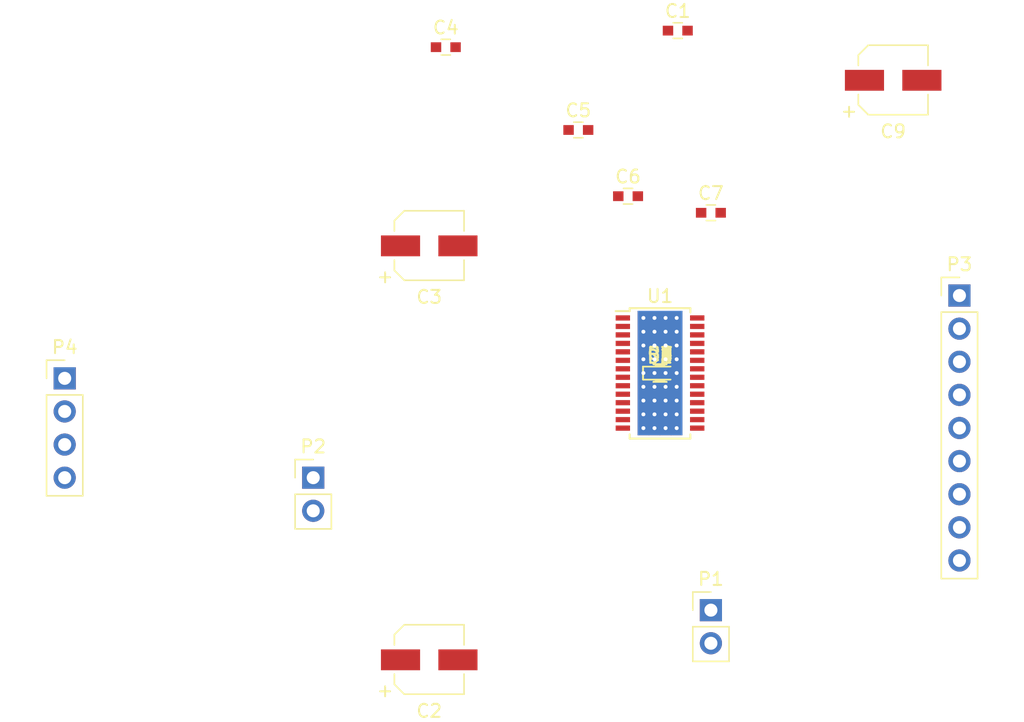
<source format=kicad_pcb>
(kicad_pcb (version 4) (host pcbnew 4.0.4-stable)

  (general
    (links 57)
    (no_connects 47)
    (area 0 0 0 0)
    (thickness 1.6)
    (drawings 0)
    (tracks 0)
    (zones 0)
    (modules 27)
    (nets 33)
  )

  (page A4)
  (layers
    (0 F.Cu signal)
    (31 B.Cu signal)
    (32 B.Adhes user)
    (33 F.Adhes user)
    (34 B.Paste user)
    (35 F.Paste user)
    (36 B.SilkS user)
    (37 F.SilkS user)
    (38 B.Mask user)
    (39 F.Mask user)
    (40 Dwgs.User user)
    (41 Cmts.User user)
    (42 Eco1.User user)
    (43 Eco2.User user)
    (44 Edge.Cuts user)
    (45 Margin user)
    (46 B.CrtYd user)
    (47 F.CrtYd user)
    (48 B.Fab user)
    (49 F.Fab user)
  )

  (setup
    (last_trace_width 0.25)
    (trace_clearance 0.2)
    (zone_clearance 0.508)
    (zone_45_only no)
    (trace_min 0.2)
    (segment_width 0.2)
    (edge_width 0.15)
    (via_size 0.6)
    (via_drill 0.4)
    (via_min_size 0.4)
    (via_min_drill 0.3)
    (uvia_size 0.3)
    (uvia_drill 0.1)
    (uvias_allowed no)
    (uvia_min_size 0.2)
    (uvia_min_drill 0.1)
    (pcb_text_width 0.3)
    (pcb_text_size 1.5 1.5)
    (mod_edge_width 0.15)
    (mod_text_size 1 1)
    (mod_text_width 0.15)
    (pad_size 1.524 1.524)
    (pad_drill 0.762)
    (pad_to_mask_clearance 0.2)
    (aux_axis_origin 0 0)
    (visible_elements FFFFFF7F)
    (pcbplotparams
      (layerselection 0x00030_80000001)
      (usegerberextensions false)
      (excludeedgelayer true)
      (linewidth 0.100000)
      (plotframeref false)
      (viasonmask false)
      (mode 1)
      (useauxorigin false)
      (hpglpennumber 1)
      (hpglpenspeed 20)
      (hpglpendiameter 15)
      (hpglpenoverlay 2)
      (psnegative false)
      (psa4output false)
      (plotreference true)
      (plotvalue true)
      (plotinvisibletext false)
      (padsonsilk false)
      (subtractmaskfromsilk false)
      (outputformat 1)
      (mirror false)
      (drillshape 1)
      (scaleselection 1)
      (outputdirectory ""))
  )

  (net 0 "")
  (net 1 VDD)
  (net 2 GND)
  (net 3 "Net-(C5-Pad1)")
  (net 4 "Net-(C6-Pad1)")
  (net 5 "Net-(C6-Pad2)")
  (net 6 +3V3)
  (net 7 "Net-(D1-Pad2)")
  (net 8 "Net-(D2-Pad2)")
  (net 9 nFAULT)
  (net 10 "Net-(D3-Pad2)")
  (net 11 nHOME)
  (net 12 "Net-(D4-Pad2)")
  (net 13 nRESET)
  (net 14 nSLEEP)
  (net 15 DECAY)
  (net 16 DIR)
  (net 17 nENBL)
  (net 18 STEP)
  (net 19 MODE0)
  (net 20 MODE1)
  (net 21 MODE2)
  (net 22 AOUT1)
  (net 23 AOUT2)
  (net 24 BOUT1)
  (net 25 BOUT2)
  (net 26 "Net-(R3-Pad2)")
  (net 27 "Net-(R5-Pad2)")
  (net 28 "Net-(R6-Pad2)")
  (net 29 ~nRESET~)
  (net 30 ~nFAULT~)
  (net 31 "Net-(U1-Pad23)")
  (net 32 ~nHOME~)

  (net_class Default "This is the default net class."
    (clearance 0.2)
    (trace_width 0.25)
    (via_dia 0.6)
    (via_drill 0.4)
    (uvia_dia 0.3)
    (uvia_drill 0.1)
    (add_net +3V3)
    (add_net AOUT1)
    (add_net AOUT2)
    (add_net BOUT1)
    (add_net BOUT2)
    (add_net DECAY)
    (add_net DIR)
    (add_net GND)
    (add_net MODE0)
    (add_net MODE1)
    (add_net MODE2)
    (add_net "Net-(C5-Pad1)")
    (add_net "Net-(C6-Pad1)")
    (add_net "Net-(C6-Pad2)")
    (add_net "Net-(D1-Pad2)")
    (add_net "Net-(D2-Pad2)")
    (add_net "Net-(D3-Pad2)")
    (add_net "Net-(D4-Pad2)")
    (add_net "Net-(R3-Pad2)")
    (add_net "Net-(R5-Pad2)")
    (add_net "Net-(R6-Pad2)")
    (add_net "Net-(U1-Pad23)")
    (add_net STEP)
    (add_net VDD)
    (add_net nENBL)
    (add_net nFAULT)
    (add_net nHOME)
    (add_net nRESET)
    (add_net nSLEEP)
    (add_net ~nFAULT~)
    (add_net ~nHOME~)
    (add_net ~nRESET~)
  )

  (module Capacitors_SMD:C_0603 (layer F.Cu) (tedit 58AA844E) (tstamp 58CE0F85)
    (at 149.86 78.74)
    (descr "Capacitor SMD 0603, reflow soldering, AVX (see smccp.pdf)")
    (tags "capacitor 0603")
    (path /58CBDDF1)
    (attr smd)
    (fp_text reference C1 (at 0 -1.5) (layer F.SilkS)
      (effects (font (size 1 1) (thickness 0.15)))
    )
    (fp_text value 100nF (at 0 1.5) (layer F.Fab)
      (effects (font (size 1 1) (thickness 0.15)))
    )
    (fp_text user %R (at 0 -1.5) (layer F.Fab)
      (effects (font (size 1 1) (thickness 0.15)))
    )
    (fp_line (start -0.8 0.4) (end -0.8 -0.4) (layer F.Fab) (width 0.1))
    (fp_line (start 0.8 0.4) (end -0.8 0.4) (layer F.Fab) (width 0.1))
    (fp_line (start 0.8 -0.4) (end 0.8 0.4) (layer F.Fab) (width 0.1))
    (fp_line (start -0.8 -0.4) (end 0.8 -0.4) (layer F.Fab) (width 0.1))
    (fp_line (start -0.35 -0.6) (end 0.35 -0.6) (layer F.SilkS) (width 0.12))
    (fp_line (start 0.35 0.6) (end -0.35 0.6) (layer F.SilkS) (width 0.12))
    (fp_line (start -1.4 -0.65) (end 1.4 -0.65) (layer F.CrtYd) (width 0.05))
    (fp_line (start -1.4 -0.65) (end -1.4 0.65) (layer F.CrtYd) (width 0.05))
    (fp_line (start 1.4 0.65) (end 1.4 -0.65) (layer F.CrtYd) (width 0.05))
    (fp_line (start 1.4 0.65) (end -1.4 0.65) (layer F.CrtYd) (width 0.05))
    (pad 1 smd rect (at -0.75 0) (size 0.8 0.75) (layers F.Cu F.Paste F.Mask)
      (net 1 VDD))
    (pad 2 smd rect (at 0.75 0) (size 0.8 0.75) (layers F.Cu F.Paste F.Mask)
      (net 2 GND))
    (model Capacitors_SMD.3dshapes/C_0603.wrl
      (at (xyz 0 0 0))
      (scale (xyz 1 1 1))
      (rotate (xyz 0 0 0))
    )
  )

  (module Capacitors_SMD:CP_Elec_5x5.3 (layer F.Cu) (tedit 58AA8A8F) (tstamp 58CE0F8B)
    (at 130.81 127)
    (descr "SMT capacitor, aluminium electrolytic, 5x5.3")
    (path /58CCB5F3)
    (attr smd)
    (fp_text reference C2 (at 0 3.92) (layer F.SilkS)
      (effects (font (size 1 1) (thickness 0.15)))
    )
    (fp_text value 100uF (at 0 -3.92) (layer F.Fab)
      (effects (font (size 1 1) (thickness 0.15)))
    )
    (fp_circle (center 0 0) (end 0.3 2.4) (layer F.Fab) (width 0.1))
    (fp_text user + (at -1.37 -0.08) (layer F.Fab)
      (effects (font (size 1 1) (thickness 0.15)))
    )
    (fp_text user + (at -3.38 2.34) (layer F.SilkS)
      (effects (font (size 1 1) (thickness 0.15)))
    )
    (fp_text user %R (at 0 3.92) (layer F.Fab)
      (effects (font (size 1 1) (thickness 0.15)))
    )
    (fp_line (start 2.51 2.49) (end 2.51 -2.54) (layer F.Fab) (width 0.1))
    (fp_line (start -1.84 2.49) (end 2.51 2.49) (layer F.Fab) (width 0.1))
    (fp_line (start -2.51 1.82) (end -1.84 2.49) (layer F.Fab) (width 0.1))
    (fp_line (start -2.51 -1.87) (end -2.51 1.82) (layer F.Fab) (width 0.1))
    (fp_line (start -1.84 -2.54) (end -2.51 -1.87) (layer F.Fab) (width 0.1))
    (fp_line (start 2.51 -2.54) (end -1.84 -2.54) (layer F.Fab) (width 0.1))
    (fp_line (start 2.67 -2.69) (end 2.67 -1.14) (layer F.SilkS) (width 0.12))
    (fp_line (start 2.67 2.64) (end 2.67 1.09) (layer F.SilkS) (width 0.12))
    (fp_line (start -2.67 1.88) (end -2.67 1.09) (layer F.SilkS) (width 0.12))
    (fp_line (start -2.67 -1.93) (end -2.67 -1.14) (layer F.SilkS) (width 0.12))
    (fp_line (start 2.67 -2.69) (end -1.91 -2.69) (layer F.SilkS) (width 0.12))
    (fp_line (start -1.91 -2.69) (end -2.67 -1.93) (layer F.SilkS) (width 0.12))
    (fp_line (start -2.67 1.88) (end -1.91 2.64) (layer F.SilkS) (width 0.12))
    (fp_line (start -1.91 2.64) (end 2.67 2.64) (layer F.SilkS) (width 0.12))
    (fp_line (start -3.95 -2.79) (end 3.95 -2.79) (layer F.CrtYd) (width 0.05))
    (fp_line (start -3.95 -2.79) (end -3.95 2.74) (layer F.CrtYd) (width 0.05))
    (fp_line (start 3.95 2.74) (end 3.95 -2.79) (layer F.CrtYd) (width 0.05))
    (fp_line (start 3.95 2.74) (end -3.95 2.74) (layer F.CrtYd) (width 0.05))
    (pad 1 smd rect (at -2.2 0 180) (size 3 1.6) (layers F.Cu F.Paste F.Mask)
      (net 1 VDD))
    (pad 2 smd rect (at 2.2 0 180) (size 3 1.6) (layers F.Cu F.Paste F.Mask)
      (net 2 GND))
    (model Capacitors_SMD.3dshapes/CP_Elec_5x5.3.wrl
      (at (xyz 0 0 0))
      (scale (xyz 1 1 1))
      (rotate (xyz 0 0 180))
    )
  )

  (module Capacitors_SMD:CP_Elec_5x5.3 (layer F.Cu) (tedit 58AA8A8F) (tstamp 58CE0F91)
    (at 130.81 95.25)
    (descr "SMT capacitor, aluminium electrolytic, 5x5.3")
    (path /58CBDDA8)
    (attr smd)
    (fp_text reference C3 (at 0 3.92) (layer F.SilkS)
      (effects (font (size 1 1) (thickness 0.15)))
    )
    (fp_text value 100uF (at 0 -3.92) (layer F.Fab)
      (effects (font (size 1 1) (thickness 0.15)))
    )
    (fp_circle (center 0 0) (end 0.3 2.4) (layer F.Fab) (width 0.1))
    (fp_text user + (at -1.37 -0.08) (layer F.Fab)
      (effects (font (size 1 1) (thickness 0.15)))
    )
    (fp_text user + (at -3.38 2.34) (layer F.SilkS)
      (effects (font (size 1 1) (thickness 0.15)))
    )
    (fp_text user %R (at 0 3.92) (layer F.Fab)
      (effects (font (size 1 1) (thickness 0.15)))
    )
    (fp_line (start 2.51 2.49) (end 2.51 -2.54) (layer F.Fab) (width 0.1))
    (fp_line (start -1.84 2.49) (end 2.51 2.49) (layer F.Fab) (width 0.1))
    (fp_line (start -2.51 1.82) (end -1.84 2.49) (layer F.Fab) (width 0.1))
    (fp_line (start -2.51 -1.87) (end -2.51 1.82) (layer F.Fab) (width 0.1))
    (fp_line (start -1.84 -2.54) (end -2.51 -1.87) (layer F.Fab) (width 0.1))
    (fp_line (start 2.51 -2.54) (end -1.84 -2.54) (layer F.Fab) (width 0.1))
    (fp_line (start 2.67 -2.69) (end 2.67 -1.14) (layer F.SilkS) (width 0.12))
    (fp_line (start 2.67 2.64) (end 2.67 1.09) (layer F.SilkS) (width 0.12))
    (fp_line (start -2.67 1.88) (end -2.67 1.09) (layer F.SilkS) (width 0.12))
    (fp_line (start -2.67 -1.93) (end -2.67 -1.14) (layer F.SilkS) (width 0.12))
    (fp_line (start 2.67 -2.69) (end -1.91 -2.69) (layer F.SilkS) (width 0.12))
    (fp_line (start -1.91 -2.69) (end -2.67 -1.93) (layer F.SilkS) (width 0.12))
    (fp_line (start -2.67 1.88) (end -1.91 2.64) (layer F.SilkS) (width 0.12))
    (fp_line (start -1.91 2.64) (end 2.67 2.64) (layer F.SilkS) (width 0.12))
    (fp_line (start -3.95 -2.79) (end 3.95 -2.79) (layer F.CrtYd) (width 0.05))
    (fp_line (start -3.95 -2.79) (end -3.95 2.74) (layer F.CrtYd) (width 0.05))
    (fp_line (start 3.95 2.74) (end 3.95 -2.79) (layer F.CrtYd) (width 0.05))
    (fp_line (start 3.95 2.74) (end -3.95 2.74) (layer F.CrtYd) (width 0.05))
    (pad 1 smd rect (at -2.2 0 180) (size 3 1.6) (layers F.Cu F.Paste F.Mask)
      (net 1 VDD))
    (pad 2 smd rect (at 2.2 0 180) (size 3 1.6) (layers F.Cu F.Paste F.Mask)
      (net 2 GND))
    (model Capacitors_SMD.3dshapes/CP_Elec_5x5.3.wrl
      (at (xyz 0 0 0))
      (scale (xyz 1 1 1))
      (rotate (xyz 0 0 180))
    )
  )

  (module Capacitors_SMD:C_0603 (layer F.Cu) (tedit 58AA844E) (tstamp 58CE0F97)
    (at 132.08 80.01)
    (descr "Capacitor SMD 0603, reflow soldering, AVX (see smccp.pdf)")
    (tags "capacitor 0603")
    (path /58CC8E5E)
    (attr smd)
    (fp_text reference C4 (at 0 -1.5) (layer F.SilkS)
      (effects (font (size 1 1) (thickness 0.15)))
    )
    (fp_text value 100nF (at 0 1.5) (layer F.Fab)
      (effects (font (size 1 1) (thickness 0.15)))
    )
    (fp_text user %R (at 0 -1.5) (layer F.Fab)
      (effects (font (size 1 1) (thickness 0.15)))
    )
    (fp_line (start -0.8 0.4) (end -0.8 -0.4) (layer F.Fab) (width 0.1))
    (fp_line (start 0.8 0.4) (end -0.8 0.4) (layer F.Fab) (width 0.1))
    (fp_line (start 0.8 -0.4) (end 0.8 0.4) (layer F.Fab) (width 0.1))
    (fp_line (start -0.8 -0.4) (end 0.8 -0.4) (layer F.Fab) (width 0.1))
    (fp_line (start -0.35 -0.6) (end 0.35 -0.6) (layer F.SilkS) (width 0.12))
    (fp_line (start 0.35 0.6) (end -0.35 0.6) (layer F.SilkS) (width 0.12))
    (fp_line (start -1.4 -0.65) (end 1.4 -0.65) (layer F.CrtYd) (width 0.05))
    (fp_line (start -1.4 -0.65) (end -1.4 0.65) (layer F.CrtYd) (width 0.05))
    (fp_line (start 1.4 0.65) (end 1.4 -0.65) (layer F.CrtYd) (width 0.05))
    (fp_line (start 1.4 0.65) (end -1.4 0.65) (layer F.CrtYd) (width 0.05))
    (pad 1 smd rect (at -0.75 0) (size 0.8 0.75) (layers F.Cu F.Paste F.Mask)
      (net 1 VDD))
    (pad 2 smd rect (at 0.75 0) (size 0.8 0.75) (layers F.Cu F.Paste F.Mask)
      (net 2 GND))
    (model Capacitors_SMD.3dshapes/C_0603.wrl
      (at (xyz 0 0 0))
      (scale (xyz 1 1 1))
      (rotate (xyz 0 0 0))
    )
  )

  (module Capacitors_SMD:C_0603 (layer F.Cu) (tedit 58AA844E) (tstamp 58CE0F9D)
    (at 142.24 86.36)
    (descr "Capacitor SMD 0603, reflow soldering, AVX (see smccp.pdf)")
    (tags "capacitor 0603")
    (path /58CC81C4)
    (attr smd)
    (fp_text reference C5 (at 0 -1.5) (layer F.SilkS)
      (effects (font (size 1 1) (thickness 0.15)))
    )
    (fp_text value 100nF (at 0 1.5) (layer F.Fab)
      (effects (font (size 1 1) (thickness 0.15)))
    )
    (fp_text user %R (at 0 -1.5) (layer F.Fab)
      (effects (font (size 1 1) (thickness 0.15)))
    )
    (fp_line (start -0.8 0.4) (end -0.8 -0.4) (layer F.Fab) (width 0.1))
    (fp_line (start 0.8 0.4) (end -0.8 0.4) (layer F.Fab) (width 0.1))
    (fp_line (start 0.8 -0.4) (end 0.8 0.4) (layer F.Fab) (width 0.1))
    (fp_line (start -0.8 -0.4) (end 0.8 -0.4) (layer F.Fab) (width 0.1))
    (fp_line (start -0.35 -0.6) (end 0.35 -0.6) (layer F.SilkS) (width 0.12))
    (fp_line (start 0.35 0.6) (end -0.35 0.6) (layer F.SilkS) (width 0.12))
    (fp_line (start -1.4 -0.65) (end 1.4 -0.65) (layer F.CrtYd) (width 0.05))
    (fp_line (start -1.4 -0.65) (end -1.4 0.65) (layer F.CrtYd) (width 0.05))
    (fp_line (start 1.4 0.65) (end 1.4 -0.65) (layer F.CrtYd) (width 0.05))
    (fp_line (start 1.4 0.65) (end -1.4 0.65) (layer F.CrtYd) (width 0.05))
    (pad 1 smd rect (at -0.75 0) (size 0.8 0.75) (layers F.Cu F.Paste F.Mask)
      (net 3 "Net-(C5-Pad1)"))
    (pad 2 smd rect (at 0.75 0) (size 0.8 0.75) (layers F.Cu F.Paste F.Mask)
      (net 1 VDD))
    (model Capacitors_SMD.3dshapes/C_0603.wrl
      (at (xyz 0 0 0))
      (scale (xyz 1 1 1))
      (rotate (xyz 0 0 0))
    )
  )

  (module Capacitors_SMD:C_0603 (layer F.Cu) (tedit 58AA844E) (tstamp 58CE0FA3)
    (at 146.05 91.44)
    (descr "Capacitor SMD 0603, reflow soldering, AVX (see smccp.pdf)")
    (tags "capacitor 0603")
    (path /58CC8220)
    (attr smd)
    (fp_text reference C6 (at 0 -1.5) (layer F.SilkS)
      (effects (font (size 1 1) (thickness 0.15)))
    )
    (fp_text value 10nF (at 0 1.5) (layer F.Fab)
      (effects (font (size 1 1) (thickness 0.15)))
    )
    (fp_text user %R (at 0 -1.5) (layer F.Fab)
      (effects (font (size 1 1) (thickness 0.15)))
    )
    (fp_line (start -0.8 0.4) (end -0.8 -0.4) (layer F.Fab) (width 0.1))
    (fp_line (start 0.8 0.4) (end -0.8 0.4) (layer F.Fab) (width 0.1))
    (fp_line (start 0.8 -0.4) (end 0.8 0.4) (layer F.Fab) (width 0.1))
    (fp_line (start -0.8 -0.4) (end 0.8 -0.4) (layer F.Fab) (width 0.1))
    (fp_line (start -0.35 -0.6) (end 0.35 -0.6) (layer F.SilkS) (width 0.12))
    (fp_line (start 0.35 0.6) (end -0.35 0.6) (layer F.SilkS) (width 0.12))
    (fp_line (start -1.4 -0.65) (end 1.4 -0.65) (layer F.CrtYd) (width 0.05))
    (fp_line (start -1.4 -0.65) (end -1.4 0.65) (layer F.CrtYd) (width 0.05))
    (fp_line (start 1.4 0.65) (end 1.4 -0.65) (layer F.CrtYd) (width 0.05))
    (fp_line (start 1.4 0.65) (end -1.4 0.65) (layer F.CrtYd) (width 0.05))
    (pad 1 smd rect (at -0.75 0) (size 0.8 0.75) (layers F.Cu F.Paste F.Mask)
      (net 4 "Net-(C6-Pad1)"))
    (pad 2 smd rect (at 0.75 0) (size 0.8 0.75) (layers F.Cu F.Paste F.Mask)
      (net 5 "Net-(C6-Pad2)"))
    (model Capacitors_SMD.3dshapes/C_0603.wrl
      (at (xyz 0 0 0))
      (scale (xyz 1 1 1))
      (rotate (xyz 0 0 0))
    )
  )

  (module Capacitors_SMD:C_0603 (layer F.Cu) (tedit 58AA844E) (tstamp 58CE0FA9)
    (at 152.4 92.71)
    (descr "Capacitor SMD 0603, reflow soldering, AVX (see smccp.pdf)")
    (tags "capacitor 0603")
    (path /58CBFC85)
    (attr smd)
    (fp_text reference C7 (at 0 -1.5) (layer F.SilkS)
      (effects (font (size 1 1) (thickness 0.15)))
    )
    (fp_text value 470nF (at 0 1.5) (layer F.Fab)
      (effects (font (size 1 1) (thickness 0.15)))
    )
    (fp_text user %R (at 0 -1.5) (layer F.Fab)
      (effects (font (size 1 1) (thickness 0.15)))
    )
    (fp_line (start -0.8 0.4) (end -0.8 -0.4) (layer F.Fab) (width 0.1))
    (fp_line (start 0.8 0.4) (end -0.8 0.4) (layer F.Fab) (width 0.1))
    (fp_line (start 0.8 -0.4) (end 0.8 0.4) (layer F.Fab) (width 0.1))
    (fp_line (start -0.8 -0.4) (end 0.8 -0.4) (layer F.Fab) (width 0.1))
    (fp_line (start -0.35 -0.6) (end 0.35 -0.6) (layer F.SilkS) (width 0.12))
    (fp_line (start 0.35 0.6) (end -0.35 0.6) (layer F.SilkS) (width 0.12))
    (fp_line (start -1.4 -0.65) (end 1.4 -0.65) (layer F.CrtYd) (width 0.05))
    (fp_line (start -1.4 -0.65) (end -1.4 0.65) (layer F.CrtYd) (width 0.05))
    (fp_line (start 1.4 0.65) (end 1.4 -0.65) (layer F.CrtYd) (width 0.05))
    (fp_line (start 1.4 0.65) (end -1.4 0.65) (layer F.CrtYd) (width 0.05))
    (pad 1 smd rect (at -0.75 0) (size 0.8 0.75) (layers F.Cu F.Paste F.Mask)
      (net 6 +3V3))
    (pad 2 smd rect (at 0.75 0) (size 0.8 0.75) (layers F.Cu F.Paste F.Mask)
      (net 2 GND))
    (model Capacitors_SMD.3dshapes/C_0603.wrl
      (at (xyz 0 0 0))
      (scale (xyz 1 1 1))
      (rotate (xyz 0 0 0))
    )
  )

  (module Capacitors_SMD:C_0603 (layer F.Cu) (tedit 58AA844E) (tstamp 58CE0FAF)
    (at 148.5011 105.0036)
    (descr "Capacitor SMD 0603, reflow soldering, AVX (see smccp.pdf)")
    (tags "capacitor 0603")
    (path /58CDB259)
    (attr smd)
    (fp_text reference C8 (at 0 -1.5) (layer F.SilkS)
      (effects (font (size 1 1) (thickness 0.15)))
    )
    (fp_text value 100nF (at 0 1.5) (layer F.Fab)
      (effects (font (size 1 1) (thickness 0.15)))
    )
    (fp_text user %R (at 0 -1.5) (layer F.Fab)
      (effects (font (size 1 1) (thickness 0.15)))
    )
    (fp_line (start -0.8 0.4) (end -0.8 -0.4) (layer F.Fab) (width 0.1))
    (fp_line (start 0.8 0.4) (end -0.8 0.4) (layer F.Fab) (width 0.1))
    (fp_line (start 0.8 -0.4) (end 0.8 0.4) (layer F.Fab) (width 0.1))
    (fp_line (start -0.8 -0.4) (end 0.8 -0.4) (layer F.Fab) (width 0.1))
    (fp_line (start -0.35 -0.6) (end 0.35 -0.6) (layer F.SilkS) (width 0.12))
    (fp_line (start 0.35 0.6) (end -0.35 0.6) (layer F.SilkS) (width 0.12))
    (fp_line (start -1.4 -0.65) (end 1.4 -0.65) (layer F.CrtYd) (width 0.05))
    (fp_line (start -1.4 -0.65) (end -1.4 0.65) (layer F.CrtYd) (width 0.05))
    (fp_line (start 1.4 0.65) (end 1.4 -0.65) (layer F.CrtYd) (width 0.05))
    (fp_line (start 1.4 0.65) (end -1.4 0.65) (layer F.CrtYd) (width 0.05))
    (pad 1 smd rect (at -0.75 0) (size 0.8 0.75) (layers F.Cu F.Paste F.Mask)
      (net 6 +3V3))
    (pad 2 smd rect (at 0.75 0) (size 0.8 0.75) (layers F.Cu F.Paste F.Mask)
      (net 2 GND))
    (model Capacitors_SMD.3dshapes/C_0603.wrl
      (at (xyz 0 0 0))
      (scale (xyz 1 1 1))
      (rotate (xyz 0 0 0))
    )
  )

  (module Capacitors_SMD:CP_Elec_5x5.3 (layer F.Cu) (tedit 58AA8A8F) (tstamp 58CE0FB5)
    (at 166.37 82.55)
    (descr "SMT capacitor, aluminium electrolytic, 5x5.3")
    (path /58CDB116)
    (attr smd)
    (fp_text reference C9 (at 0 3.92) (layer F.SilkS)
      (effects (font (size 1 1) (thickness 0.15)))
    )
    (fp_text value 100uF (at 0 -3.92) (layer F.Fab)
      (effects (font (size 1 1) (thickness 0.15)))
    )
    (fp_circle (center 0 0) (end 0.3 2.4) (layer F.Fab) (width 0.1))
    (fp_text user + (at -1.37 -0.08) (layer F.Fab)
      (effects (font (size 1 1) (thickness 0.15)))
    )
    (fp_text user + (at -3.38 2.34) (layer F.SilkS)
      (effects (font (size 1 1) (thickness 0.15)))
    )
    (fp_text user %R (at 0 3.92) (layer F.Fab)
      (effects (font (size 1 1) (thickness 0.15)))
    )
    (fp_line (start 2.51 2.49) (end 2.51 -2.54) (layer F.Fab) (width 0.1))
    (fp_line (start -1.84 2.49) (end 2.51 2.49) (layer F.Fab) (width 0.1))
    (fp_line (start -2.51 1.82) (end -1.84 2.49) (layer F.Fab) (width 0.1))
    (fp_line (start -2.51 -1.87) (end -2.51 1.82) (layer F.Fab) (width 0.1))
    (fp_line (start -1.84 -2.54) (end -2.51 -1.87) (layer F.Fab) (width 0.1))
    (fp_line (start 2.51 -2.54) (end -1.84 -2.54) (layer F.Fab) (width 0.1))
    (fp_line (start 2.67 -2.69) (end 2.67 -1.14) (layer F.SilkS) (width 0.12))
    (fp_line (start 2.67 2.64) (end 2.67 1.09) (layer F.SilkS) (width 0.12))
    (fp_line (start -2.67 1.88) (end -2.67 1.09) (layer F.SilkS) (width 0.12))
    (fp_line (start -2.67 -1.93) (end -2.67 -1.14) (layer F.SilkS) (width 0.12))
    (fp_line (start 2.67 -2.69) (end -1.91 -2.69) (layer F.SilkS) (width 0.12))
    (fp_line (start -1.91 -2.69) (end -2.67 -1.93) (layer F.SilkS) (width 0.12))
    (fp_line (start -2.67 1.88) (end -1.91 2.64) (layer F.SilkS) (width 0.12))
    (fp_line (start -1.91 2.64) (end 2.67 2.64) (layer F.SilkS) (width 0.12))
    (fp_line (start -3.95 -2.79) (end 3.95 -2.79) (layer F.CrtYd) (width 0.05))
    (fp_line (start -3.95 -2.79) (end -3.95 2.74) (layer F.CrtYd) (width 0.05))
    (fp_line (start 3.95 2.74) (end 3.95 -2.79) (layer F.CrtYd) (width 0.05))
    (fp_line (start 3.95 2.74) (end -3.95 2.74) (layer F.CrtYd) (width 0.05))
    (pad 1 smd rect (at -2.2 0 180) (size 3 1.6) (layers F.Cu F.Paste F.Mask)
      (net 6 +3V3))
    (pad 2 smd rect (at 2.2 0 180) (size 3 1.6) (layers F.Cu F.Paste F.Mask)
      (net 2 GND))
    (model Capacitors_SMD.3dshapes/CP_Elec_5x5.3.wrl
      (at (xyz 0 0 0))
      (scale (xyz 1 1 1))
      (rotate (xyz 0 0 180))
    )
  )

  (module LEDs:LED_0603 (layer F.Cu) (tedit 57FE93A5) (tstamp 58CE0FBB)
    (at 148.5011 105.0036)
    (descr "LED 0603 smd package")
    (tags "LED led 0603 SMD smd SMT smt smdled SMDLED smtled SMTLED")
    (path /58CBDE75)
    (attr smd)
    (fp_text reference D1 (at 0 -1.25) (layer F.SilkS)
      (effects (font (size 1 1) (thickness 0.15)))
    )
    (fp_text value MOTOR_PWR (at 0 1.35) (layer F.Fab)
      (effects (font (size 1 1) (thickness 0.15)))
    )
    (fp_line (start -1.3 -0.5) (end -1.3 0.5) (layer F.SilkS) (width 0.12))
    (fp_line (start -0.2 -0.2) (end -0.2 0.2) (layer F.Fab) (width 0.1))
    (fp_line (start -0.15 0) (end 0.15 -0.2) (layer F.Fab) (width 0.1))
    (fp_line (start 0.15 0.2) (end -0.15 0) (layer F.Fab) (width 0.1))
    (fp_line (start 0.15 -0.2) (end 0.15 0.2) (layer F.Fab) (width 0.1))
    (fp_line (start 0.8 0.4) (end -0.8 0.4) (layer F.Fab) (width 0.1))
    (fp_line (start 0.8 -0.4) (end 0.8 0.4) (layer F.Fab) (width 0.1))
    (fp_line (start -0.8 -0.4) (end 0.8 -0.4) (layer F.Fab) (width 0.1))
    (fp_line (start -0.8 0.4) (end -0.8 -0.4) (layer F.Fab) (width 0.1))
    (fp_line (start -1.3 0.5) (end 0.8 0.5) (layer F.SilkS) (width 0.12))
    (fp_line (start -1.3 -0.5) (end 0.8 -0.5) (layer F.SilkS) (width 0.12))
    (fp_line (start 1.45 -0.65) (end 1.45 0.65) (layer F.CrtYd) (width 0.05))
    (fp_line (start 1.45 0.65) (end -1.45 0.65) (layer F.CrtYd) (width 0.05))
    (fp_line (start -1.45 0.65) (end -1.45 -0.65) (layer F.CrtYd) (width 0.05))
    (fp_line (start -1.45 -0.65) (end 1.45 -0.65) (layer F.CrtYd) (width 0.05))
    (pad 2 smd rect (at 0.8 0 180) (size 0.8 0.8) (layers F.Cu F.Paste F.Mask)
      (net 7 "Net-(D1-Pad2)"))
    (pad 1 smd rect (at -0.8 0 180) (size 0.8 0.8) (layers F.Cu F.Paste F.Mask)
      (net 2 GND))
    (model LEDs.3dshapes/LED_0603.wrl
      (at (xyz 0 0 0))
      (scale (xyz 1 1 1))
      (rotate (xyz 0 0 180))
    )
  )

  (module LEDs:LED_0603 (layer F.Cu) (tedit 57FE93A5) (tstamp 58CE0FC1)
    (at 148.5011 105.0036)
    (descr "LED 0603 smd package")
    (tags "LED led 0603 SMD smd SMT smt smdled SMDLED smtled SMTLED")
    (path /58CCCD00)
    (attr smd)
    (fp_text reference D2 (at 0 -1.25) (layer F.SilkS)
      (effects (font (size 1 1) (thickness 0.15)))
    )
    (fp_text value nFAULT (at 0 1.35) (layer F.Fab)
      (effects (font (size 1 1) (thickness 0.15)))
    )
    (fp_line (start -1.3 -0.5) (end -1.3 0.5) (layer F.SilkS) (width 0.12))
    (fp_line (start -0.2 -0.2) (end -0.2 0.2) (layer F.Fab) (width 0.1))
    (fp_line (start -0.15 0) (end 0.15 -0.2) (layer F.Fab) (width 0.1))
    (fp_line (start 0.15 0.2) (end -0.15 0) (layer F.Fab) (width 0.1))
    (fp_line (start 0.15 -0.2) (end 0.15 0.2) (layer F.Fab) (width 0.1))
    (fp_line (start 0.8 0.4) (end -0.8 0.4) (layer F.Fab) (width 0.1))
    (fp_line (start 0.8 -0.4) (end 0.8 0.4) (layer F.Fab) (width 0.1))
    (fp_line (start -0.8 -0.4) (end 0.8 -0.4) (layer F.Fab) (width 0.1))
    (fp_line (start -0.8 0.4) (end -0.8 -0.4) (layer F.Fab) (width 0.1))
    (fp_line (start -1.3 0.5) (end 0.8 0.5) (layer F.SilkS) (width 0.12))
    (fp_line (start -1.3 -0.5) (end 0.8 -0.5) (layer F.SilkS) (width 0.12))
    (fp_line (start 1.45 -0.65) (end 1.45 0.65) (layer F.CrtYd) (width 0.05))
    (fp_line (start 1.45 0.65) (end -1.45 0.65) (layer F.CrtYd) (width 0.05))
    (fp_line (start -1.45 0.65) (end -1.45 -0.65) (layer F.CrtYd) (width 0.05))
    (fp_line (start -1.45 -0.65) (end 1.45 -0.65) (layer F.CrtYd) (width 0.05))
    (pad 2 smd rect (at 0.8 0 180) (size 0.8 0.8) (layers F.Cu F.Paste F.Mask)
      (net 8 "Net-(D2-Pad2)"))
    (pad 1 smd rect (at -0.8 0 180) (size 0.8 0.8) (layers F.Cu F.Paste F.Mask)
      (net 9 nFAULT))
    (model LEDs.3dshapes/LED_0603.wrl
      (at (xyz 0 0 0))
      (scale (xyz 1 1 1))
      (rotate (xyz 0 0 180))
    )
  )

  (module LEDs:LED_0603 (layer F.Cu) (tedit 57FE93A5) (tstamp 58CE0FC7)
    (at 148.5011 105.0036)
    (descr "LED 0603 smd package")
    (tags "LED led 0603 SMD smd SMT smt smdled SMDLED smtled SMTLED")
    (path /58CD3415)
    (attr smd)
    (fp_text reference D3 (at 0 -1.25) (layer F.SilkS)
      (effects (font (size 1 1) (thickness 0.15)))
    )
    (fp_text value nHOME (at 0 1.35) (layer F.Fab)
      (effects (font (size 1 1) (thickness 0.15)))
    )
    (fp_line (start -1.3 -0.5) (end -1.3 0.5) (layer F.SilkS) (width 0.12))
    (fp_line (start -0.2 -0.2) (end -0.2 0.2) (layer F.Fab) (width 0.1))
    (fp_line (start -0.15 0) (end 0.15 -0.2) (layer F.Fab) (width 0.1))
    (fp_line (start 0.15 0.2) (end -0.15 0) (layer F.Fab) (width 0.1))
    (fp_line (start 0.15 -0.2) (end 0.15 0.2) (layer F.Fab) (width 0.1))
    (fp_line (start 0.8 0.4) (end -0.8 0.4) (layer F.Fab) (width 0.1))
    (fp_line (start 0.8 -0.4) (end 0.8 0.4) (layer F.Fab) (width 0.1))
    (fp_line (start -0.8 -0.4) (end 0.8 -0.4) (layer F.Fab) (width 0.1))
    (fp_line (start -0.8 0.4) (end -0.8 -0.4) (layer F.Fab) (width 0.1))
    (fp_line (start -1.3 0.5) (end 0.8 0.5) (layer F.SilkS) (width 0.12))
    (fp_line (start -1.3 -0.5) (end 0.8 -0.5) (layer F.SilkS) (width 0.12))
    (fp_line (start 1.45 -0.65) (end 1.45 0.65) (layer F.CrtYd) (width 0.05))
    (fp_line (start 1.45 0.65) (end -1.45 0.65) (layer F.CrtYd) (width 0.05))
    (fp_line (start -1.45 0.65) (end -1.45 -0.65) (layer F.CrtYd) (width 0.05))
    (fp_line (start -1.45 -0.65) (end 1.45 -0.65) (layer F.CrtYd) (width 0.05))
    (pad 2 smd rect (at 0.8 0 180) (size 0.8 0.8) (layers F.Cu F.Paste F.Mask)
      (net 10 "Net-(D3-Pad2)"))
    (pad 1 smd rect (at -0.8 0 180) (size 0.8 0.8) (layers F.Cu F.Paste F.Mask)
      (net 11 nHOME))
    (model LEDs.3dshapes/LED_0603.wrl
      (at (xyz 0 0 0))
      (scale (xyz 1 1 1))
      (rotate (xyz 0 0 180))
    )
  )

  (module LEDs:LED_0603 (layer F.Cu) (tedit 57FE93A5) (tstamp 58CE0FCD)
    (at 148.5011 105.0036)
    (descr "LED 0603 smd package")
    (tags "LED led 0603 SMD smd SMT smt smdled SMDLED smtled SMTLED")
    (path /58CDB763)
    (attr smd)
    (fp_text reference D4 (at 0 -1.25) (layer F.SilkS)
      (effects (font (size 1 1) (thickness 0.15)))
    )
    (fp_text value 3V3PWR (at 0 1.35) (layer F.Fab)
      (effects (font (size 1 1) (thickness 0.15)))
    )
    (fp_line (start -1.3 -0.5) (end -1.3 0.5) (layer F.SilkS) (width 0.12))
    (fp_line (start -0.2 -0.2) (end -0.2 0.2) (layer F.Fab) (width 0.1))
    (fp_line (start -0.15 0) (end 0.15 -0.2) (layer F.Fab) (width 0.1))
    (fp_line (start 0.15 0.2) (end -0.15 0) (layer F.Fab) (width 0.1))
    (fp_line (start 0.15 -0.2) (end 0.15 0.2) (layer F.Fab) (width 0.1))
    (fp_line (start 0.8 0.4) (end -0.8 0.4) (layer F.Fab) (width 0.1))
    (fp_line (start 0.8 -0.4) (end 0.8 0.4) (layer F.Fab) (width 0.1))
    (fp_line (start -0.8 -0.4) (end 0.8 -0.4) (layer F.Fab) (width 0.1))
    (fp_line (start -0.8 0.4) (end -0.8 -0.4) (layer F.Fab) (width 0.1))
    (fp_line (start -1.3 0.5) (end 0.8 0.5) (layer F.SilkS) (width 0.12))
    (fp_line (start -1.3 -0.5) (end 0.8 -0.5) (layer F.SilkS) (width 0.12))
    (fp_line (start 1.45 -0.65) (end 1.45 0.65) (layer F.CrtYd) (width 0.05))
    (fp_line (start 1.45 0.65) (end -1.45 0.65) (layer F.CrtYd) (width 0.05))
    (fp_line (start -1.45 0.65) (end -1.45 -0.65) (layer F.CrtYd) (width 0.05))
    (fp_line (start -1.45 -0.65) (end 1.45 -0.65) (layer F.CrtYd) (width 0.05))
    (pad 2 smd rect (at 0.8 0 180) (size 0.8 0.8) (layers F.Cu F.Paste F.Mask)
      (net 12 "Net-(D4-Pad2)"))
    (pad 1 smd rect (at -0.8 0 180) (size 0.8 0.8) (layers F.Cu F.Paste F.Mask)
      (net 2 GND))
    (model LEDs.3dshapes/LED_0603.wrl
      (at (xyz 0 0 0))
      (scale (xyz 1 1 1))
      (rotate (xyz 0 0 180))
    )
  )

  (module Pin_Headers:Pin_Header_Straight_1x02_Pitch2.54mm (layer F.Cu) (tedit 5862ED52) (tstamp 58CE0FD3)
    (at 152.4 123.19)
    (descr "Through hole straight pin header, 1x02, 2.54mm pitch, single row")
    (tags "Through hole pin header THT 1x02 2.54mm single row")
    (path /58CBDBA5)
    (fp_text reference P1 (at 0 -2.39) (layer F.SilkS)
      (effects (font (size 1 1) (thickness 0.15)))
    )
    (fp_text value CONN_01X02 (at 0 4.93) (layer F.Fab)
      (effects (font (size 1 1) (thickness 0.15)))
    )
    (fp_line (start -1.27 -1.27) (end -1.27 3.81) (layer F.Fab) (width 0.1))
    (fp_line (start -1.27 3.81) (end 1.27 3.81) (layer F.Fab) (width 0.1))
    (fp_line (start 1.27 3.81) (end 1.27 -1.27) (layer F.Fab) (width 0.1))
    (fp_line (start 1.27 -1.27) (end -1.27 -1.27) (layer F.Fab) (width 0.1))
    (fp_line (start -1.39 1.27) (end -1.39 3.93) (layer F.SilkS) (width 0.12))
    (fp_line (start -1.39 3.93) (end 1.39 3.93) (layer F.SilkS) (width 0.12))
    (fp_line (start 1.39 3.93) (end 1.39 1.27) (layer F.SilkS) (width 0.12))
    (fp_line (start 1.39 1.27) (end -1.39 1.27) (layer F.SilkS) (width 0.12))
    (fp_line (start -1.39 0) (end -1.39 -1.39) (layer F.SilkS) (width 0.12))
    (fp_line (start -1.39 -1.39) (end 0 -1.39) (layer F.SilkS) (width 0.12))
    (fp_line (start -1.6 -1.6) (end -1.6 4.1) (layer F.CrtYd) (width 0.05))
    (fp_line (start -1.6 4.1) (end 1.6 4.1) (layer F.CrtYd) (width 0.05))
    (fp_line (start 1.6 4.1) (end 1.6 -1.6) (layer F.CrtYd) (width 0.05))
    (fp_line (start 1.6 -1.6) (end -1.6 -1.6) (layer F.CrtYd) (width 0.05))
    (pad 1 thru_hole rect (at 0 0) (size 1.7 1.7) (drill 1) (layers *.Cu *.Mask)
      (net 1 VDD))
    (pad 2 thru_hole oval (at 0 2.54) (size 1.7 1.7) (drill 1) (layers *.Cu *.Mask)
      (net 2 GND))
    (model Pin_Headers.3dshapes/Pin_Header_Straight_1x02_Pitch2.54mm.wrl
      (at (xyz 0 -0.05 0))
      (scale (xyz 1 1 1))
      (rotate (xyz 0 0 90))
    )
  )

  (module Pin_Headers:Pin_Header_Straight_1x02_Pitch2.54mm (layer F.Cu) (tedit 5862ED52) (tstamp 58CE0FD9)
    (at 121.92 113.03)
    (descr "Through hole straight pin header, 1x02, 2.54mm pitch, single row")
    (tags "Through hole pin header THT 1x02 2.54mm single row")
    (path /58CD414E)
    (fp_text reference P2 (at 0 -2.39) (layer F.SilkS)
      (effects (font (size 1 1) (thickness 0.15)))
    )
    (fp_text value CONN_01X02 (at 0 4.93) (layer F.Fab)
      (effects (font (size 1 1) (thickness 0.15)))
    )
    (fp_line (start -1.27 -1.27) (end -1.27 3.81) (layer F.Fab) (width 0.1))
    (fp_line (start -1.27 3.81) (end 1.27 3.81) (layer F.Fab) (width 0.1))
    (fp_line (start 1.27 3.81) (end 1.27 -1.27) (layer F.Fab) (width 0.1))
    (fp_line (start 1.27 -1.27) (end -1.27 -1.27) (layer F.Fab) (width 0.1))
    (fp_line (start -1.39 1.27) (end -1.39 3.93) (layer F.SilkS) (width 0.12))
    (fp_line (start -1.39 3.93) (end 1.39 3.93) (layer F.SilkS) (width 0.12))
    (fp_line (start 1.39 3.93) (end 1.39 1.27) (layer F.SilkS) (width 0.12))
    (fp_line (start 1.39 1.27) (end -1.39 1.27) (layer F.SilkS) (width 0.12))
    (fp_line (start -1.39 0) (end -1.39 -1.39) (layer F.SilkS) (width 0.12))
    (fp_line (start -1.39 -1.39) (end 0 -1.39) (layer F.SilkS) (width 0.12))
    (fp_line (start -1.6 -1.6) (end -1.6 4.1) (layer F.CrtYd) (width 0.05))
    (fp_line (start -1.6 4.1) (end 1.6 4.1) (layer F.CrtYd) (width 0.05))
    (fp_line (start 1.6 4.1) (end 1.6 -1.6) (layer F.CrtYd) (width 0.05))
    (fp_line (start 1.6 -1.6) (end -1.6 -1.6) (layer F.CrtYd) (width 0.05))
    (pad 1 thru_hole rect (at 0 0) (size 1.7 1.7) (drill 1) (layers *.Cu *.Mask)
      (net 6 +3V3))
    (pad 2 thru_hole oval (at 0 2.54) (size 1.7 1.7) (drill 1) (layers *.Cu *.Mask)
      (net 2 GND))
    (model Pin_Headers.3dshapes/Pin_Header_Straight_1x02_Pitch2.54mm.wrl
      (at (xyz 0 -0.05 0))
      (scale (xyz 1 1 1))
      (rotate (xyz 0 0 90))
    )
  )

  (module Pin_Headers:Pin_Header_Straight_1x09_Pitch2.54mm (layer F.Cu) (tedit 5862ED52) (tstamp 58CE0FE6)
    (at 171.45 99.06)
    (descr "Through hole straight pin header, 1x09, 2.54mm pitch, single row")
    (tags "Through hole pin header THT 1x09 2.54mm single row")
    (path /58CD4FF3)
    (fp_text reference P3 (at 0 -2.39) (layer F.SilkS)
      (effects (font (size 1 1) (thickness 0.15)))
    )
    (fp_text value CONN_01X09 (at 0 22.71) (layer F.Fab)
      (effects (font (size 1 1) (thickness 0.15)))
    )
    (fp_line (start -1.27 -1.27) (end -1.27 21.59) (layer F.Fab) (width 0.1))
    (fp_line (start -1.27 21.59) (end 1.27 21.59) (layer F.Fab) (width 0.1))
    (fp_line (start 1.27 21.59) (end 1.27 -1.27) (layer F.Fab) (width 0.1))
    (fp_line (start 1.27 -1.27) (end -1.27 -1.27) (layer F.Fab) (width 0.1))
    (fp_line (start -1.39 1.27) (end -1.39 21.71) (layer F.SilkS) (width 0.12))
    (fp_line (start -1.39 21.71) (end 1.39 21.71) (layer F.SilkS) (width 0.12))
    (fp_line (start 1.39 21.71) (end 1.39 1.27) (layer F.SilkS) (width 0.12))
    (fp_line (start 1.39 1.27) (end -1.39 1.27) (layer F.SilkS) (width 0.12))
    (fp_line (start -1.39 0) (end -1.39 -1.39) (layer F.SilkS) (width 0.12))
    (fp_line (start -1.39 -1.39) (end 0 -1.39) (layer F.SilkS) (width 0.12))
    (fp_line (start -1.6 -1.6) (end -1.6 21.9) (layer F.CrtYd) (width 0.05))
    (fp_line (start -1.6 21.9) (end 1.6 21.9) (layer F.CrtYd) (width 0.05))
    (fp_line (start 1.6 21.9) (end 1.6 -1.6) (layer F.CrtYd) (width 0.05))
    (fp_line (start 1.6 -1.6) (end -1.6 -1.6) (layer F.CrtYd) (width 0.05))
    (pad 1 thru_hole rect (at 0 0) (size 1.7 1.7) (drill 1) (layers *.Cu *.Mask)
      (net 13 nRESET))
    (pad 2 thru_hole oval (at 0 2.54) (size 1.7 1.7) (drill 1) (layers *.Cu *.Mask)
      (net 14 nSLEEP))
    (pad 3 thru_hole oval (at 0 5.08) (size 1.7 1.7) (drill 1) (layers *.Cu *.Mask)
      (net 15 DECAY))
    (pad 4 thru_hole oval (at 0 7.62) (size 1.7 1.7) (drill 1) (layers *.Cu *.Mask)
      (net 16 DIR))
    (pad 5 thru_hole oval (at 0 10.16) (size 1.7 1.7) (drill 1) (layers *.Cu *.Mask)
      (net 17 nENBL))
    (pad 6 thru_hole oval (at 0 12.7) (size 1.7 1.7) (drill 1) (layers *.Cu *.Mask)
      (net 18 STEP))
    (pad 7 thru_hole oval (at 0 15.24) (size 1.7 1.7) (drill 1) (layers *.Cu *.Mask)
      (net 19 MODE0))
    (pad 8 thru_hole oval (at 0 17.78) (size 1.7 1.7) (drill 1) (layers *.Cu *.Mask)
      (net 20 MODE1))
    (pad 9 thru_hole oval (at 0 20.32) (size 1.7 1.7) (drill 1) (layers *.Cu *.Mask)
      (net 21 MODE2))
    (model Pin_Headers.3dshapes/Pin_Header_Straight_1x09_Pitch2.54mm.wrl
      (at (xyz 0 -0.4 0))
      (scale (xyz 1 1 1))
      (rotate (xyz 0 0 90))
    )
  )

  (module Pin_Headers:Pin_Header_Straight_1x04_Pitch2.54mm (layer F.Cu) (tedit 5862ED52) (tstamp 58CE0FEE)
    (at 102.87 105.41)
    (descr "Through hole straight pin header, 1x04, 2.54mm pitch, single row")
    (tags "Through hole pin header THT 1x04 2.54mm single row")
    (path /58CE360C)
    (fp_text reference P4 (at 0 -2.39) (layer F.SilkS)
      (effects (font (size 1 1) (thickness 0.15)))
    )
    (fp_text value CONN_01X04 (at 0 10.01) (layer F.Fab)
      (effects (font (size 1 1) (thickness 0.15)))
    )
    (fp_line (start -1.27 -1.27) (end -1.27 8.89) (layer F.Fab) (width 0.1))
    (fp_line (start -1.27 8.89) (end 1.27 8.89) (layer F.Fab) (width 0.1))
    (fp_line (start 1.27 8.89) (end 1.27 -1.27) (layer F.Fab) (width 0.1))
    (fp_line (start 1.27 -1.27) (end -1.27 -1.27) (layer F.Fab) (width 0.1))
    (fp_line (start -1.39 1.27) (end -1.39 9.01) (layer F.SilkS) (width 0.12))
    (fp_line (start -1.39 9.01) (end 1.39 9.01) (layer F.SilkS) (width 0.12))
    (fp_line (start 1.39 9.01) (end 1.39 1.27) (layer F.SilkS) (width 0.12))
    (fp_line (start 1.39 1.27) (end -1.39 1.27) (layer F.SilkS) (width 0.12))
    (fp_line (start -1.39 0) (end -1.39 -1.39) (layer F.SilkS) (width 0.12))
    (fp_line (start -1.39 -1.39) (end 0 -1.39) (layer F.SilkS) (width 0.12))
    (fp_line (start -1.6 -1.6) (end -1.6 9.2) (layer F.CrtYd) (width 0.05))
    (fp_line (start -1.6 9.2) (end 1.6 9.2) (layer F.CrtYd) (width 0.05))
    (fp_line (start 1.6 9.2) (end 1.6 -1.6) (layer F.CrtYd) (width 0.05))
    (fp_line (start 1.6 -1.6) (end -1.6 -1.6) (layer F.CrtYd) (width 0.05))
    (pad 1 thru_hole rect (at 0 0) (size 1.7 1.7) (drill 1) (layers *.Cu *.Mask)
      (net 22 AOUT1))
    (pad 2 thru_hole oval (at 0 2.54) (size 1.7 1.7) (drill 1) (layers *.Cu *.Mask)
      (net 23 AOUT2))
    (pad 3 thru_hole oval (at 0 5.08) (size 1.7 1.7) (drill 1) (layers *.Cu *.Mask)
      (net 24 BOUT1))
    (pad 4 thru_hole oval (at 0 7.62) (size 1.7 1.7) (drill 1) (layers *.Cu *.Mask)
      (net 25 BOUT2))
    (model Pin_Headers.3dshapes/Pin_Header_Straight_1x04_Pitch2.54mm.wrl
      (at (xyz 0 -0.15 0))
      (scale (xyz 1 1 1))
      (rotate (xyz 0 0 90))
    )
  )

  (module Resistors_SMD:R_0603 (layer F.Cu) (tedit 58AAD9CA) (tstamp 58CE0FF4)
    (at 148.5011 105.0036)
    (descr "Resistor SMD 0603, reflow soldering, Vishay (see dcrcw.pdf)")
    (tags "resistor 0603")
    (path /58CBDE1A)
    (attr smd)
    (fp_text reference R1 (at 0 -1.45) (layer F.SilkS)
      (effects (font (size 1 1) (thickness 0.15)))
    )
    (fp_text value 50R (at 0 1.5) (layer F.Fab)
      (effects (font (size 1 1) (thickness 0.15)))
    )
    (fp_text user %R (at 0 -1.45) (layer F.Fab)
      (effects (font (size 1 1) (thickness 0.15)))
    )
    (fp_line (start -0.8 0.4) (end -0.8 -0.4) (layer F.Fab) (width 0.1))
    (fp_line (start 0.8 0.4) (end -0.8 0.4) (layer F.Fab) (width 0.1))
    (fp_line (start 0.8 -0.4) (end 0.8 0.4) (layer F.Fab) (width 0.1))
    (fp_line (start -0.8 -0.4) (end 0.8 -0.4) (layer F.Fab) (width 0.1))
    (fp_line (start 0.5 0.68) (end -0.5 0.68) (layer F.SilkS) (width 0.12))
    (fp_line (start -0.5 -0.68) (end 0.5 -0.68) (layer F.SilkS) (width 0.12))
    (fp_line (start -1.25 -0.7) (end 1.25 -0.7) (layer F.CrtYd) (width 0.05))
    (fp_line (start -1.25 -0.7) (end -1.25 0.7) (layer F.CrtYd) (width 0.05))
    (fp_line (start 1.25 0.7) (end 1.25 -0.7) (layer F.CrtYd) (width 0.05))
    (fp_line (start 1.25 0.7) (end -1.25 0.7) (layer F.CrtYd) (width 0.05))
    (pad 1 smd rect (at -0.75 0) (size 0.5 0.9) (layers F.Cu F.Paste F.Mask)
      (net 7 "Net-(D1-Pad2)"))
    (pad 2 smd rect (at 0.75 0) (size 0.5 0.9) (layers F.Cu F.Paste F.Mask)
      (net 1 VDD))
    (model Resistors_SMD.3dshapes/R_0603.wrl
      (at (xyz 0 0 0))
      (scale (xyz 1 1 1))
      (rotate (xyz 0 0 0))
    )
  )

  (module Resistors_SMD:R_0603 (layer F.Cu) (tedit 58AAD9CA) (tstamp 58CE0FFA)
    (at 148.5011 105.0036)
    (descr "Resistor SMD 0603, reflow soldering, Vishay (see dcrcw.pdf)")
    (tags "resistor 0603")
    (path /58CC8085)
    (attr smd)
    (fp_text reference R2 (at 0 -1.45) (layer F.SilkS)
      (effects (font (size 1 1) (thickness 0.15)))
    )
    (fp_text value 1M (at 0 1.5) (layer F.Fab)
      (effects (font (size 1 1) (thickness 0.15)))
    )
    (fp_text user %R (at 0 -1.45) (layer F.Fab)
      (effects (font (size 1 1) (thickness 0.15)))
    )
    (fp_line (start -0.8 0.4) (end -0.8 -0.4) (layer F.Fab) (width 0.1))
    (fp_line (start 0.8 0.4) (end -0.8 0.4) (layer F.Fab) (width 0.1))
    (fp_line (start 0.8 -0.4) (end 0.8 0.4) (layer F.Fab) (width 0.1))
    (fp_line (start -0.8 -0.4) (end 0.8 -0.4) (layer F.Fab) (width 0.1))
    (fp_line (start 0.5 0.68) (end -0.5 0.68) (layer F.SilkS) (width 0.12))
    (fp_line (start -0.5 -0.68) (end 0.5 -0.68) (layer F.SilkS) (width 0.12))
    (fp_line (start -1.25 -0.7) (end 1.25 -0.7) (layer F.CrtYd) (width 0.05))
    (fp_line (start -1.25 -0.7) (end -1.25 0.7) (layer F.CrtYd) (width 0.05))
    (fp_line (start 1.25 0.7) (end 1.25 -0.7) (layer F.CrtYd) (width 0.05))
    (fp_line (start 1.25 0.7) (end -1.25 0.7) (layer F.CrtYd) (width 0.05))
    (pad 1 smd rect (at -0.75 0) (size 0.5 0.9) (layers F.Cu F.Paste F.Mask)
      (net 3 "Net-(C5-Pad1)"))
    (pad 2 smd rect (at 0.75 0) (size 0.5 0.9) (layers F.Cu F.Paste F.Mask)
      (net 1 VDD))
    (model Resistors_SMD.3dshapes/R_0603.wrl
      (at (xyz 0 0 0))
      (scale (xyz 1 1 1))
      (rotate (xyz 0 0 0))
    )
  )

  (module Resistors_SMD:R_0603 (layer F.Cu) (tedit 58AAD9CA) (tstamp 58CE1000)
    (at 148.5011 105.0036)
    (descr "Resistor SMD 0603, reflow soldering, Vishay (see dcrcw.pdf)")
    (tags "resistor 0603")
    (path /58CCA910)
    (attr smd)
    (fp_text reference R3 (at 0 -1.45) (layer F.SilkS)
      (effects (font (size 1 1) (thickness 0.15)))
    )
    (fp_text value 50k (at 0 1.5) (layer F.Fab)
      (effects (font (size 1 1) (thickness 0.15)))
    )
    (fp_text user %R (at 0 -1.45) (layer F.Fab)
      (effects (font (size 1 1) (thickness 0.15)))
    )
    (fp_line (start -0.8 0.4) (end -0.8 -0.4) (layer F.Fab) (width 0.1))
    (fp_line (start 0.8 0.4) (end -0.8 0.4) (layer F.Fab) (width 0.1))
    (fp_line (start 0.8 -0.4) (end 0.8 0.4) (layer F.Fab) (width 0.1))
    (fp_line (start -0.8 -0.4) (end 0.8 -0.4) (layer F.Fab) (width 0.1))
    (fp_line (start 0.5 0.68) (end -0.5 0.68) (layer F.SilkS) (width 0.12))
    (fp_line (start -0.5 -0.68) (end 0.5 -0.68) (layer F.SilkS) (width 0.12))
    (fp_line (start -1.25 -0.7) (end 1.25 -0.7) (layer F.CrtYd) (width 0.05))
    (fp_line (start -1.25 -0.7) (end -1.25 0.7) (layer F.CrtYd) (width 0.05))
    (fp_line (start 1.25 0.7) (end 1.25 -0.7) (layer F.CrtYd) (width 0.05))
    (fp_line (start 1.25 0.7) (end -1.25 0.7) (layer F.CrtYd) (width 0.05))
    (pad 1 smd rect (at -0.75 0) (size 0.5 0.9) (layers F.Cu F.Paste F.Mask)
      (net 6 +3V3))
    (pad 2 smd rect (at 0.75 0) (size 0.5 0.9) (layers F.Cu F.Paste F.Mask)
      (net 26 "Net-(R3-Pad2)"))
    (model Resistors_SMD.3dshapes/R_0603.wrl
      (at (xyz 0 0 0))
      (scale (xyz 1 1 1))
      (rotate (xyz 0 0 0))
    )
  )

  (module Resistors_SMD:R_0603 (layer F.Cu) (tedit 58AAD9CA) (tstamp 58CE1006)
    (at 148.5011 105.0036)
    (descr "Resistor SMD 0603, reflow soldering, Vishay (see dcrcw.pdf)")
    (tags "resistor 0603")
    (path /58CCA995)
    (attr smd)
    (fp_text reference R4 (at 0 -1.45) (layer F.SilkS)
      (effects (font (size 1 1) (thickness 0.15)))
    )
    (fp_text value 50k (at 0 1.5) (layer F.Fab)
      (effects (font (size 1 1) (thickness 0.15)))
    )
    (fp_text user %R (at 0 -1.45) (layer F.Fab)
      (effects (font (size 1 1) (thickness 0.15)))
    )
    (fp_line (start -0.8 0.4) (end -0.8 -0.4) (layer F.Fab) (width 0.1))
    (fp_line (start 0.8 0.4) (end -0.8 0.4) (layer F.Fab) (width 0.1))
    (fp_line (start 0.8 -0.4) (end 0.8 0.4) (layer F.Fab) (width 0.1))
    (fp_line (start -0.8 -0.4) (end 0.8 -0.4) (layer F.Fab) (width 0.1))
    (fp_line (start 0.5 0.68) (end -0.5 0.68) (layer F.SilkS) (width 0.12))
    (fp_line (start -0.5 -0.68) (end 0.5 -0.68) (layer F.SilkS) (width 0.12))
    (fp_line (start -1.25 -0.7) (end 1.25 -0.7) (layer F.CrtYd) (width 0.05))
    (fp_line (start -1.25 -0.7) (end -1.25 0.7) (layer F.CrtYd) (width 0.05))
    (fp_line (start 1.25 0.7) (end 1.25 -0.7) (layer F.CrtYd) (width 0.05))
    (fp_line (start 1.25 0.7) (end -1.25 0.7) (layer F.CrtYd) (width 0.05))
    (pad 1 smd rect (at -0.75 0) (size 0.5 0.9) (layers F.Cu F.Paste F.Mask)
      (net 26 "Net-(R3-Pad2)"))
    (pad 2 smd rect (at 0.75 0) (size 0.5 0.9) (layers F.Cu F.Paste F.Mask)
      (net 2 GND))
    (model Resistors_SMD.3dshapes/R_0603.wrl
      (at (xyz 0 0 0))
      (scale (xyz 1 1 1))
      (rotate (xyz 0 0 0))
    )
  )

  (module Resistors_SMD:R_0603 (layer F.Cu) (tedit 58AAD9CA) (tstamp 58CE100C)
    (at 148.5011 105.0036)
    (descr "Resistor SMD 0603, reflow soldering, Vishay (see dcrcw.pdf)")
    (tags "resistor 0603")
    (path /58CC8663)
    (attr smd)
    (fp_text reference R5 (at 0 -1.45) (layer F.SilkS)
      (effects (font (size 1 1) (thickness 0.15)))
    )
    (fp_text value .2R (at 0 1.5) (layer F.Fab)
      (effects (font (size 1 1) (thickness 0.15)))
    )
    (fp_text user %R (at 0 -1.45) (layer F.Fab)
      (effects (font (size 1 1) (thickness 0.15)))
    )
    (fp_line (start -0.8 0.4) (end -0.8 -0.4) (layer F.Fab) (width 0.1))
    (fp_line (start 0.8 0.4) (end -0.8 0.4) (layer F.Fab) (width 0.1))
    (fp_line (start 0.8 -0.4) (end 0.8 0.4) (layer F.Fab) (width 0.1))
    (fp_line (start -0.8 -0.4) (end 0.8 -0.4) (layer F.Fab) (width 0.1))
    (fp_line (start 0.5 0.68) (end -0.5 0.68) (layer F.SilkS) (width 0.12))
    (fp_line (start -0.5 -0.68) (end 0.5 -0.68) (layer F.SilkS) (width 0.12))
    (fp_line (start -1.25 -0.7) (end 1.25 -0.7) (layer F.CrtYd) (width 0.05))
    (fp_line (start -1.25 -0.7) (end -1.25 0.7) (layer F.CrtYd) (width 0.05))
    (fp_line (start 1.25 0.7) (end 1.25 -0.7) (layer F.CrtYd) (width 0.05))
    (fp_line (start 1.25 0.7) (end -1.25 0.7) (layer F.CrtYd) (width 0.05))
    (pad 1 smd rect (at -0.75 0) (size 0.5 0.9) (layers F.Cu F.Paste F.Mask)
      (net 2 GND))
    (pad 2 smd rect (at 0.75 0) (size 0.5 0.9) (layers F.Cu F.Paste F.Mask)
      (net 27 "Net-(R5-Pad2)"))
    (model Resistors_SMD.3dshapes/R_0603.wrl
      (at (xyz 0 0 0))
      (scale (xyz 1 1 1))
      (rotate (xyz 0 0 0))
    )
  )

  (module Resistors_SMD:R_0603 (layer F.Cu) (tedit 58AAD9CA) (tstamp 58CE1012)
    (at 148.5011 105.0036)
    (descr "Resistor SMD 0603, reflow soldering, Vishay (see dcrcw.pdf)")
    (tags "resistor 0603")
    (path /58CC86B5)
    (attr smd)
    (fp_text reference R6 (at 0 -1.45) (layer F.SilkS)
      (effects (font (size 1 1) (thickness 0.15)))
    )
    (fp_text value .2R (at 0 1.5) (layer F.Fab)
      (effects (font (size 1 1) (thickness 0.15)))
    )
    (fp_text user %R (at 0 -1.45) (layer F.Fab)
      (effects (font (size 1 1) (thickness 0.15)))
    )
    (fp_line (start -0.8 0.4) (end -0.8 -0.4) (layer F.Fab) (width 0.1))
    (fp_line (start 0.8 0.4) (end -0.8 0.4) (layer F.Fab) (width 0.1))
    (fp_line (start 0.8 -0.4) (end 0.8 0.4) (layer F.Fab) (width 0.1))
    (fp_line (start -0.8 -0.4) (end 0.8 -0.4) (layer F.Fab) (width 0.1))
    (fp_line (start 0.5 0.68) (end -0.5 0.68) (layer F.SilkS) (width 0.12))
    (fp_line (start -0.5 -0.68) (end 0.5 -0.68) (layer F.SilkS) (width 0.12))
    (fp_line (start -1.25 -0.7) (end 1.25 -0.7) (layer F.CrtYd) (width 0.05))
    (fp_line (start -1.25 -0.7) (end -1.25 0.7) (layer F.CrtYd) (width 0.05))
    (fp_line (start 1.25 0.7) (end 1.25 -0.7) (layer F.CrtYd) (width 0.05))
    (fp_line (start 1.25 0.7) (end -1.25 0.7) (layer F.CrtYd) (width 0.05))
    (pad 1 smd rect (at -0.75 0) (size 0.5 0.9) (layers F.Cu F.Paste F.Mask)
      (net 2 GND))
    (pad 2 smd rect (at 0.75 0) (size 0.5 0.9) (layers F.Cu F.Paste F.Mask)
      (net 28 "Net-(R6-Pad2)"))
    (model Resistors_SMD.3dshapes/R_0603.wrl
      (at (xyz 0 0 0))
      (scale (xyz 1 1 1))
      (rotate (xyz 0 0 0))
    )
  )

  (module Resistors_SMD:R_0603 (layer F.Cu) (tedit 58AAD9CA) (tstamp 58CE1018)
    (at 148.5011 105.0036)
    (descr "Resistor SMD 0603, reflow soldering, Vishay (see dcrcw.pdf)")
    (tags "resistor 0603")
    (path /58CCCE55)
    (attr smd)
    (fp_text reference R7 (at 0 -1.45) (layer F.SilkS)
      (effects (font (size 1 1) (thickness 0.15)))
    )
    (fp_text value 100R (at 0 1.5) (layer F.Fab)
      (effects (font (size 1 1) (thickness 0.15)))
    )
    (fp_text user %R (at 0 -1.45) (layer F.Fab)
      (effects (font (size 1 1) (thickness 0.15)))
    )
    (fp_line (start -0.8 0.4) (end -0.8 -0.4) (layer F.Fab) (width 0.1))
    (fp_line (start 0.8 0.4) (end -0.8 0.4) (layer F.Fab) (width 0.1))
    (fp_line (start 0.8 -0.4) (end 0.8 0.4) (layer F.Fab) (width 0.1))
    (fp_line (start -0.8 -0.4) (end 0.8 -0.4) (layer F.Fab) (width 0.1))
    (fp_line (start 0.5 0.68) (end -0.5 0.68) (layer F.SilkS) (width 0.12))
    (fp_line (start -0.5 -0.68) (end 0.5 -0.68) (layer F.SilkS) (width 0.12))
    (fp_line (start -1.25 -0.7) (end 1.25 -0.7) (layer F.CrtYd) (width 0.05))
    (fp_line (start -1.25 -0.7) (end -1.25 0.7) (layer F.CrtYd) (width 0.05))
    (fp_line (start 1.25 0.7) (end 1.25 -0.7) (layer F.CrtYd) (width 0.05))
    (fp_line (start 1.25 0.7) (end -1.25 0.7) (layer F.CrtYd) (width 0.05))
    (pad 1 smd rect (at -0.75 0) (size 0.5 0.9) (layers F.Cu F.Paste F.Mask)
      (net 6 +3V3))
    (pad 2 smd rect (at 0.75 0) (size 0.5 0.9) (layers F.Cu F.Paste F.Mask)
      (net 8 "Net-(D2-Pad2)"))
    (model Resistors_SMD.3dshapes/R_0603.wrl
      (at (xyz 0 0 0))
      (scale (xyz 1 1 1))
      (rotate (xyz 0 0 0))
    )
  )

  (module Resistors_SMD:R_0603 (layer F.Cu) (tedit 58AAD9CA) (tstamp 58CE101E)
    (at 148.5011 105.0036)
    (descr "Resistor SMD 0603, reflow soldering, Vishay (see dcrcw.pdf)")
    (tags "resistor 0603")
    (path /58CD2500)
    (attr smd)
    (fp_text reference R8 (at 0 -1.45) (layer F.SilkS)
      (effects (font (size 1 1) (thickness 0.15)))
    )
    (fp_text value 100R (at 0 1.5) (layer F.Fab)
      (effects (font (size 1 1) (thickness 0.15)))
    )
    (fp_text user %R (at 0 -1.45) (layer F.Fab)
      (effects (font (size 1 1) (thickness 0.15)))
    )
    (fp_line (start -0.8 0.4) (end -0.8 -0.4) (layer F.Fab) (width 0.1))
    (fp_line (start 0.8 0.4) (end -0.8 0.4) (layer F.Fab) (width 0.1))
    (fp_line (start 0.8 -0.4) (end 0.8 0.4) (layer F.Fab) (width 0.1))
    (fp_line (start -0.8 -0.4) (end 0.8 -0.4) (layer F.Fab) (width 0.1))
    (fp_line (start 0.5 0.68) (end -0.5 0.68) (layer F.SilkS) (width 0.12))
    (fp_line (start -0.5 -0.68) (end 0.5 -0.68) (layer F.SilkS) (width 0.12))
    (fp_line (start -1.25 -0.7) (end 1.25 -0.7) (layer F.CrtYd) (width 0.05))
    (fp_line (start -1.25 -0.7) (end -1.25 0.7) (layer F.CrtYd) (width 0.05))
    (fp_line (start 1.25 0.7) (end 1.25 -0.7) (layer F.CrtYd) (width 0.05))
    (fp_line (start 1.25 0.7) (end -1.25 0.7) (layer F.CrtYd) (width 0.05))
    (pad 1 smd rect (at -0.75 0) (size 0.5 0.9) (layers F.Cu F.Paste F.Mask)
      (net 6 +3V3))
    (pad 2 smd rect (at 0.75 0) (size 0.5 0.9) (layers F.Cu F.Paste F.Mask)
      (net 10 "Net-(D3-Pad2)"))
    (model Resistors_SMD.3dshapes/R_0603.wrl
      (at (xyz 0 0 0))
      (scale (xyz 1 1 1))
      (rotate (xyz 0 0 0))
    )
  )

  (module Resistors_SMD:R_0603 (layer F.Cu) (tedit 58AAD9CA) (tstamp 58CE1024)
    (at 148.5011 105.0036)
    (descr "Resistor SMD 0603, reflow soldering, Vishay (see dcrcw.pdf)")
    (tags "resistor 0603")
    (path /58CDB522)
    (attr smd)
    (fp_text reference R9 (at 0 -1.45) (layer F.SilkS)
      (effects (font (size 1 1) (thickness 0.15)))
    )
    (fp_text value 100R (at 0 1.5) (layer F.Fab)
      (effects (font (size 1 1) (thickness 0.15)))
    )
    (fp_text user %R (at 0 -1.45) (layer F.Fab)
      (effects (font (size 1 1) (thickness 0.15)))
    )
    (fp_line (start -0.8 0.4) (end -0.8 -0.4) (layer F.Fab) (width 0.1))
    (fp_line (start 0.8 0.4) (end -0.8 0.4) (layer F.Fab) (width 0.1))
    (fp_line (start 0.8 -0.4) (end 0.8 0.4) (layer F.Fab) (width 0.1))
    (fp_line (start -0.8 -0.4) (end 0.8 -0.4) (layer F.Fab) (width 0.1))
    (fp_line (start 0.5 0.68) (end -0.5 0.68) (layer F.SilkS) (width 0.12))
    (fp_line (start -0.5 -0.68) (end 0.5 -0.68) (layer F.SilkS) (width 0.12))
    (fp_line (start -1.25 -0.7) (end 1.25 -0.7) (layer F.CrtYd) (width 0.05))
    (fp_line (start -1.25 -0.7) (end -1.25 0.7) (layer F.CrtYd) (width 0.05))
    (fp_line (start 1.25 0.7) (end 1.25 -0.7) (layer F.CrtYd) (width 0.05))
    (fp_line (start 1.25 0.7) (end -1.25 0.7) (layer F.CrtYd) (width 0.05))
    (pad 1 smd rect (at -0.75 0) (size 0.5 0.9) (layers F.Cu F.Paste F.Mask)
      (net 12 "Net-(D4-Pad2)"))
    (pad 2 smd rect (at 0.75 0) (size 0.5 0.9) (layers F.Cu F.Paste F.Mask)
      (net 6 +3V3))
    (model Resistors_SMD.3dshapes/R_0603.wrl
      (at (xyz 0 0 0))
      (scale (xyz 1 1 1))
      (rotate (xyz 0 0 0))
    )
  )

  (module Housings_SSOP:HTSSOP-28_4.4x9.7mm_Pitch0.65mm_ThermalPad (layer F.Cu) (tedit 57F0F546) (tstamp 58CE1068)
    (at 148.5011 105.0036)
    (descr "HTSSOP28: plastic thin shrink small outline package; 28 leads; body width 4.4 mm; thermal pad")
    (tags "TSSOP HTSSOP 0.65 thermal pad")
    (path /58CBF81D)
    (attr smd)
    (fp_text reference U1 (at 0 -5.9) (layer F.SilkS)
      (effects (font (size 1 1) (thickness 0.15)))
    )
    (fp_text value DRV8825 (at 0 5.9) (layer F.Fab)
      (effects (font (size 1 1) (thickness 0.15)))
    )
    (fp_line (start -1.2 -4.85) (end 2.2 -4.85) (layer F.Fab) (width 0.15))
    (fp_line (start 2.2 -4.85) (end 2.2 4.85) (layer F.Fab) (width 0.15))
    (fp_line (start 2.2 4.9008) (end -2.2 4.9008) (layer F.Fab) (width 0.15))
    (fp_line (start -2.2 4.85) (end -2.2 -3.85) (layer F.Fab) (width 0.15))
    (fp_line (start -2.2 -3.85) (end -1.2 -4.85) (layer F.Fab) (width 0.15))
    (fp_line (start -3.65 -5.15) (end -3.65 5.15) (layer F.CrtYd) (width 0.05))
    (fp_line (start 3.65 -5.15) (end 3.65 5.15) (layer F.CrtYd) (width 0.05))
    (fp_line (start -3.65 -5.15) (end 3.65 -5.15) (layer F.CrtYd) (width 0.05))
    (fp_line (start -3.65 5.15) (end 3.65 5.15) (layer F.CrtYd) (width 0.05))
    (fp_line (start -2.325 -4.975) (end -2.325 -4.75) (layer F.SilkS) (width 0.15))
    (fp_line (start 2.325 -4.975) (end 2.325 -4.65) (layer F.SilkS) (width 0.15))
    (fp_line (start 2.325 5.0258) (end 2.325 4.7008) (layer F.SilkS) (width 0.15))
    (fp_line (start -2.325 5.0258) (end -2.325 4.7008) (layer F.SilkS) (width 0.15))
    (fp_line (start -2.325 -4.975) (end 2.325 -4.975) (layer F.SilkS) (width 0.15))
    (fp_line (start -2.325 5.0258) (end 2.325 5.0258) (layer F.SilkS) (width 0.15))
    (fp_line (start -2.325 -4.75) (end -3.4 -4.75) (layer F.SilkS) (width 0.15))
    (pad 29 thru_hole rect (at -1.275 4.225) (size 0.89 1.1) (drill 0.3) (layers *.Cu *.Mask))
    (pad 29 thru_hole rect (at -0.425 4.225) (size 0.89 1.1) (drill 0.3) (layers *.Cu *.Mask))
    (pad 29 thru_hole rect (at 1.275 4.225) (size 0.89 1.1) (drill 0.3) (layers *.Cu *.Mask))
    (pad 29 thru_hole rect (at 0.425 4.225) (size 0.89 1.1) (drill 0.3) (layers *.Cu *.Mask))
    (pad 29 thru_hole rect (at 0.425 3.16875) (size 0.89 1.1) (drill 0.3) (layers *.Cu *.Mask))
    (pad 29 thru_hole rect (at 1.275 3.16875) (size 0.89 1.1) (drill 0.3) (layers *.Cu *.Mask))
    (pad 29 thru_hole rect (at -0.425 3.16875) (size 0.89 1.1) (drill 0.3) (layers *.Cu *.Mask))
    (pad 29 thru_hole rect (at -1.275 3.16875) (size 0.89 1.1) (drill 0.3) (layers *.Cu *.Mask))
    (pad 29 thru_hole rect (at -1.275 2.1125) (size 0.89 1.1) (drill 0.3) (layers *.Cu *.Mask))
    (pad 29 thru_hole rect (at -0.425 2.1125) (size 0.89 1.1) (drill 0.3) (layers *.Cu *.Mask))
    (pad 29 thru_hole rect (at 1.275 2.1125) (size 0.89 1.1) (drill 0.3) (layers *.Cu *.Mask))
    (pad 29 thru_hole rect (at 0.425 2.1125) (size 0.89 1.1) (drill 0.3) (layers *.Cu *.Mask))
    (pad 29 thru_hole rect (at 0.425 1.05625) (size 0.89 1.1) (drill 0.3) (layers *.Cu *.Mask))
    (pad 29 thru_hole rect (at 1.275 1.05625) (size 0.89 1.1) (drill 0.3) (layers *.Cu *.Mask))
    (pad 29 thru_hole rect (at -0.425 1.05625) (size 0.89 1.1) (drill 0.3) (layers *.Cu *.Mask))
    (pad 29 thru_hole rect (at -1.275 1.05625) (size 0.89 1.1) (drill 0.3) (layers *.Cu *.Mask))
    (pad 29 thru_hole rect (at -1.275 0) (size 0.89 1.1) (drill 0.3) (layers *.Cu *.Mask))
    (pad 29 thru_hole rect (at -0.425 0) (size 0.89 1.1) (drill 0.3) (layers *.Cu *.Mask))
    (pad 29 thru_hole rect (at 1.275 0) (size 0.89 1.1) (drill 0.3) (layers *.Cu *.Mask))
    (pad 29 thru_hole rect (at 0.425 0) (size 0.89 1.1) (drill 0.3) (layers *.Cu *.Mask))
    (pad 29 thru_hole rect (at 0.425 -1.05625) (size 0.89 1.1) (drill 0.3) (layers *.Cu *.Mask))
    (pad 29 thru_hole rect (at 1.275 -1.05625) (size 0.89 1.1) (drill 0.3) (layers *.Cu *.Mask))
    (pad 29 thru_hole rect (at -0.425 -1.05625) (size 0.89 1.1) (drill 0.3) (layers *.Cu *.Mask))
    (pad 29 thru_hole rect (at -1.275 -1.05625) (size 0.89 1.1) (drill 0.3) (layers *.Cu *.Mask))
    (pad 29 thru_hole rect (at -1.275 -2.1125) (size 0.89 1.1) (drill 0.3) (layers *.Cu *.Mask))
    (pad 29 thru_hole rect (at -0.425 -2.1125) (size 0.89 1.1) (drill 0.3) (layers *.Cu *.Mask))
    (pad 29 thru_hole rect (at 1.275 -2.1125) (size 0.89 1.1) (drill 0.3) (layers *.Cu *.Mask))
    (pad 29 thru_hole rect (at 0.425 -2.1125) (size 0.89 1.1) (drill 0.3) (layers *.Cu *.Mask))
    (pad 29 thru_hole rect (at 0.425 -3.16875) (size 0.89 1.1) (drill 0.3) (layers *.Cu *.Mask))
    (pad 29 thru_hole rect (at 1.275 -3.16875) (size 0.89 1.1) (drill 0.3) (layers *.Cu *.Mask))
    (pad 29 thru_hole rect (at -0.425 -3.16875) (size 0.89 1.1) (drill 0.3) (layers *.Cu *.Mask))
    (pad 29 thru_hole rect (at -1.275 -3.16875) (size 0.89 1.1) (drill 0.3) (layers *.Cu *.Mask))
    (pad 29 thru_hole rect (at -1.275 -4.225) (size 0.89 1.1) (drill 0.3) (layers *.Cu *.Mask))
    (pad 29 thru_hole rect (at -0.425 -4.225) (size 0.89 1.1) (drill 0.3) (layers *.Cu *.Mask))
    (pad 29 thru_hole rect (at 1.275 -4.225) (size 0.89 1.1) (drill 0.3) (layers *.Cu *.Mask))
    (pad 29 thru_hole rect (at 0.425 -4.225) (size 0.89 1.1) (drill 0.3) (layers *.Cu *.Mask))
    (pad 1 smd rect (at -2.85 -4.225) (size 1.1 0.4) (layers F.Cu F.Paste F.Mask)
      (net 5 "Net-(C6-Pad2)"))
    (pad 2 smd rect (at -2.85 -3.575) (size 1.1 0.4) (layers F.Cu F.Paste F.Mask)
      (net 4 "Net-(C6-Pad1)"))
    (pad 3 smd rect (at -2.85 -2.925) (size 1.1 0.4) (layers F.Cu F.Paste F.Mask)
      (net 3 "Net-(C5-Pad1)"))
    (pad 4 smd rect (at -2.85 -2.275) (size 1.1 0.4) (layers F.Cu F.Paste F.Mask)
      (net 1 VDD))
    (pad 5 smd rect (at -2.85 -1.625) (size 1.1 0.4) (layers F.Cu F.Paste F.Mask)
      (net 22 AOUT1))
    (pad 6 smd rect (at -2.85 -0.975) (size 1.1 0.4) (layers F.Cu F.Paste F.Mask)
      (net 27 "Net-(R5-Pad2)"))
    (pad 7 smd rect (at -2.85 -0.325) (size 1.1 0.4) (layers F.Cu F.Paste F.Mask)
      (net 23 AOUT2))
    (pad 8 smd rect (at -2.85 0.325) (size 1.1 0.4) (layers F.Cu F.Paste F.Mask)
      (net 25 BOUT2))
    (pad 9 smd rect (at -2.85 0.975) (size 1.1 0.4) (layers F.Cu F.Paste F.Mask)
      (net 28 "Net-(R6-Pad2)"))
    (pad 10 smd rect (at -2.85 1.625) (size 1.1 0.4) (layers F.Cu F.Paste F.Mask)
      (net 24 BOUT1))
    (pad 11 smd rect (at -2.85 2.275) (size 1.1 0.4) (layers F.Cu F.Paste F.Mask)
      (net 1 VDD))
    (pad 12 smd rect (at -2.85 2.925) (size 1.1 0.4) (layers F.Cu F.Paste F.Mask)
      (net 26 "Net-(R3-Pad2)"))
    (pad 13 smd rect (at -2.85 3.575) (size 1.1 0.4) (layers F.Cu F.Paste F.Mask)
      (net 26 "Net-(R3-Pad2)"))
    (pad 14 smd rect (at -2.85 4.225) (size 1.1 0.4) (layers F.Cu F.Paste F.Mask)
      (net 2 GND))
    (pad 15 smd rect (at 2.85 4.225) (size 1.1 0.4) (layers F.Cu F.Paste F.Mask)
      (net 6 +3V3))
    (pad 16 smd rect (at 2.85 3.575) (size 1.1 0.4) (layers F.Cu F.Paste F.Mask)
      (net 29 ~nRESET~))
    (pad 17 smd rect (at 2.85 2.925) (size 1.1 0.4) (layers F.Cu F.Paste F.Mask)
      (net 14 nSLEEP))
    (pad 18 smd rect (at 2.85 2.275) (size 1.1 0.4) (layers F.Cu F.Paste F.Mask)
      (net 30 ~nFAULT~))
    (pad 19 smd rect (at 2.85 1.625) (size 1.1 0.4) (layers F.Cu F.Paste F.Mask)
      (net 15 DECAY))
    (pad 20 smd rect (at 2.85 0.975) (size 1.1 0.4) (layers F.Cu F.Paste F.Mask)
      (net 16 DIR))
    (pad 21 smd rect (at 2.85 0.325) (size 1.1 0.4) (layers F.Cu F.Paste F.Mask)
      (net 17 nENBL))
    (pad 22 smd rect (at 2.85 -0.325) (size 1.1 0.4) (layers F.Cu F.Paste F.Mask)
      (net 18 STEP))
    (pad 23 smd rect (at 2.85 -0.975) (size 1.1 0.4) (layers F.Cu F.Paste F.Mask)
      (net 31 "Net-(U1-Pad23)"))
    (pad 24 smd rect (at 2.85 -1.625) (size 1.1 0.4) (layers F.Cu F.Paste F.Mask)
      (net 19 MODE0))
    (pad 25 smd rect (at 2.85 -2.275) (size 1.1 0.4) (layers F.Cu F.Paste F.Mask)
      (net 20 MODE1))
    (pad 26 smd rect (at 2.85 -2.925) (size 1.1 0.4) (layers F.Cu F.Paste F.Mask)
      (net 21 MODE2))
    (pad 27 smd rect (at 2.85 -3.575) (size 1.1 0.4) (layers F.Cu F.Paste F.Mask)
      (net 32 ~nHOME~))
    (pad 28 smd rect (at 2.85 -4.225) (size 1.1 0.4) (layers F.Cu F.Paste F.Mask)
      (net 2 GND))
    (model Housings_SSOP.3dshapes/HTSSOP-28_4.4x9.7mm_Pitch0.65mm_ThermalPad.wrl
      (at (xyz 0 0 0))
      (scale (xyz 1 1 1))
      (rotate (xyz 0 0 0))
    )
  )

)

</source>
